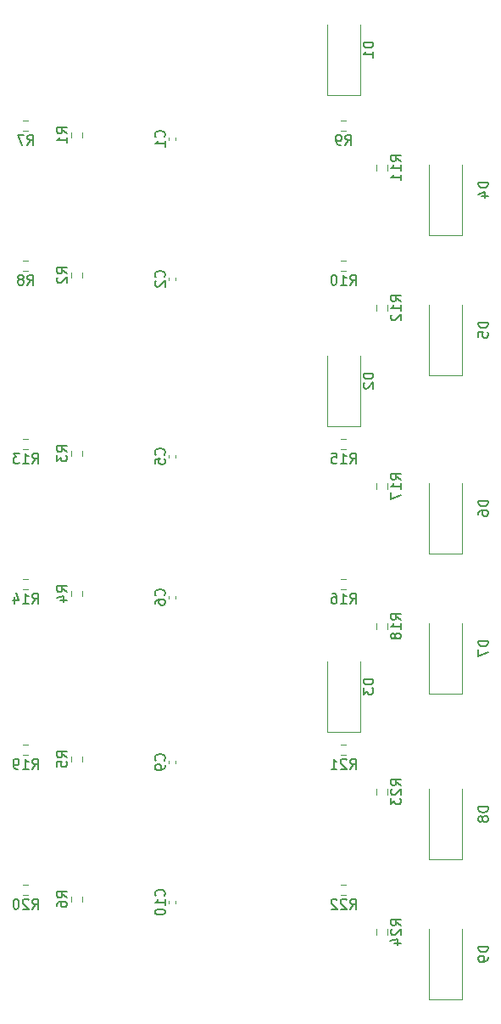
<source format=gbr>
%TF.GenerationSoftware,KiCad,Pcbnew,7.0.1*%
%TF.CreationDate,2023-04-13T18:21:32+09:00*%
%TF.ProjectId,motor_driver,6d6f746f-725f-4647-9269-7665722e6b69,rev?*%
%TF.SameCoordinates,Original*%
%TF.FileFunction,Legend,Bot*%
%TF.FilePolarity,Positive*%
%FSLAX46Y46*%
G04 Gerber Fmt 4.6, Leading zero omitted, Abs format (unit mm)*
G04 Created by KiCad (PCBNEW 7.0.1) date 2023-04-13 18:21:32*
%MOMM*%
%LPD*%
G01*
G04 APERTURE LIST*
%ADD10C,0.150000*%
%ADD11C,0.120000*%
G04 APERTURE END LIST*
D10*
%TO.C,D1*%
X113632619Y-41171905D02*
X112632619Y-41171905D01*
X112632619Y-41171905D02*
X112632619Y-41410000D01*
X112632619Y-41410000D02*
X112680238Y-41552857D01*
X112680238Y-41552857D02*
X112775476Y-41648095D01*
X112775476Y-41648095D02*
X112870714Y-41695714D01*
X112870714Y-41695714D02*
X113061190Y-41743333D01*
X113061190Y-41743333D02*
X113204047Y-41743333D01*
X113204047Y-41743333D02*
X113394523Y-41695714D01*
X113394523Y-41695714D02*
X113489761Y-41648095D01*
X113489761Y-41648095D02*
X113585000Y-41552857D01*
X113585000Y-41552857D02*
X113632619Y-41410000D01*
X113632619Y-41410000D02*
X113632619Y-41171905D01*
X113632619Y-42695714D02*
X113632619Y-42124286D01*
X113632619Y-42410000D02*
X112632619Y-42410000D01*
X112632619Y-42410000D02*
X112775476Y-42314762D01*
X112775476Y-42314762D02*
X112870714Y-42219524D01*
X112870714Y-42219524D02*
X112918333Y-42124286D01*
%TO.C,C9*%
X92732380Y-112795833D02*
X92780000Y-112748214D01*
X92780000Y-112748214D02*
X92827619Y-112605357D01*
X92827619Y-112605357D02*
X92827619Y-112510119D01*
X92827619Y-112510119D02*
X92780000Y-112367262D01*
X92780000Y-112367262D02*
X92684761Y-112272024D01*
X92684761Y-112272024D02*
X92589523Y-112224405D01*
X92589523Y-112224405D02*
X92399047Y-112176786D01*
X92399047Y-112176786D02*
X92256190Y-112176786D01*
X92256190Y-112176786D02*
X92065714Y-112224405D01*
X92065714Y-112224405D02*
X91970476Y-112272024D01*
X91970476Y-112272024D02*
X91875238Y-112367262D01*
X91875238Y-112367262D02*
X91827619Y-112510119D01*
X91827619Y-112510119D02*
X91827619Y-112605357D01*
X91827619Y-112605357D02*
X91875238Y-112748214D01*
X91875238Y-112748214D02*
X91922857Y-112795833D01*
X92827619Y-113272024D02*
X92827619Y-113462500D01*
X92827619Y-113462500D02*
X92780000Y-113557738D01*
X92780000Y-113557738D02*
X92732380Y-113605357D01*
X92732380Y-113605357D02*
X92589523Y-113700595D01*
X92589523Y-113700595D02*
X92399047Y-113748214D01*
X92399047Y-113748214D02*
X92018095Y-113748214D01*
X92018095Y-113748214D02*
X91922857Y-113700595D01*
X91922857Y-113700595D02*
X91875238Y-113652976D01*
X91875238Y-113652976D02*
X91827619Y-113557738D01*
X91827619Y-113557738D02*
X91827619Y-113367262D01*
X91827619Y-113367262D02*
X91875238Y-113272024D01*
X91875238Y-113272024D02*
X91922857Y-113224405D01*
X91922857Y-113224405D02*
X92018095Y-113176786D01*
X92018095Y-113176786D02*
X92256190Y-113176786D01*
X92256190Y-113176786D02*
X92351428Y-113224405D01*
X92351428Y-113224405D02*
X92399047Y-113272024D01*
X92399047Y-113272024D02*
X92446666Y-113367262D01*
X92446666Y-113367262D02*
X92446666Y-113557738D01*
X92446666Y-113557738D02*
X92399047Y-113652976D01*
X92399047Y-113652976D02*
X92351428Y-113700595D01*
X92351428Y-113700595D02*
X92256190Y-113748214D01*
%TO.C,R19*%
X79562857Y-113652619D02*
X79896190Y-113176428D01*
X80134285Y-113652619D02*
X80134285Y-112652619D01*
X80134285Y-112652619D02*
X79753333Y-112652619D01*
X79753333Y-112652619D02*
X79658095Y-112700238D01*
X79658095Y-112700238D02*
X79610476Y-112747857D01*
X79610476Y-112747857D02*
X79562857Y-112843095D01*
X79562857Y-112843095D02*
X79562857Y-112985952D01*
X79562857Y-112985952D02*
X79610476Y-113081190D01*
X79610476Y-113081190D02*
X79658095Y-113128809D01*
X79658095Y-113128809D02*
X79753333Y-113176428D01*
X79753333Y-113176428D02*
X80134285Y-113176428D01*
X78610476Y-113652619D02*
X79181904Y-113652619D01*
X78896190Y-113652619D02*
X78896190Y-112652619D01*
X78896190Y-112652619D02*
X78991428Y-112795476D01*
X78991428Y-112795476D02*
X79086666Y-112890714D01*
X79086666Y-112890714D02*
X79181904Y-112938333D01*
X78134285Y-113652619D02*
X77943809Y-113652619D01*
X77943809Y-113652619D02*
X77848571Y-113605000D01*
X77848571Y-113605000D02*
X77800952Y-113557380D01*
X77800952Y-113557380D02*
X77705714Y-113414523D01*
X77705714Y-113414523D02*
X77658095Y-113224047D01*
X77658095Y-113224047D02*
X77658095Y-112843095D01*
X77658095Y-112843095D02*
X77705714Y-112747857D01*
X77705714Y-112747857D02*
X77753333Y-112700238D01*
X77753333Y-112700238D02*
X77848571Y-112652619D01*
X77848571Y-112652619D02*
X78039047Y-112652619D01*
X78039047Y-112652619D02*
X78134285Y-112700238D01*
X78134285Y-112700238D02*
X78181904Y-112747857D01*
X78181904Y-112747857D02*
X78229523Y-112843095D01*
X78229523Y-112843095D02*
X78229523Y-113081190D01*
X78229523Y-113081190D02*
X78181904Y-113176428D01*
X78181904Y-113176428D02*
X78134285Y-113224047D01*
X78134285Y-113224047D02*
X78039047Y-113271666D01*
X78039047Y-113271666D02*
X77848571Y-113271666D01*
X77848571Y-113271666D02*
X77753333Y-113224047D01*
X77753333Y-113224047D02*
X77705714Y-113176428D01*
X77705714Y-113176428D02*
X77658095Y-113081190D01*
%TO.C,R11*%
X116372619Y-53054642D02*
X115896428Y-52721309D01*
X116372619Y-52483214D02*
X115372619Y-52483214D01*
X115372619Y-52483214D02*
X115372619Y-52864166D01*
X115372619Y-52864166D02*
X115420238Y-52959404D01*
X115420238Y-52959404D02*
X115467857Y-53007023D01*
X115467857Y-53007023D02*
X115563095Y-53054642D01*
X115563095Y-53054642D02*
X115705952Y-53054642D01*
X115705952Y-53054642D02*
X115801190Y-53007023D01*
X115801190Y-53007023D02*
X115848809Y-52959404D01*
X115848809Y-52959404D02*
X115896428Y-52864166D01*
X115896428Y-52864166D02*
X115896428Y-52483214D01*
X116372619Y-54007023D02*
X116372619Y-53435595D01*
X116372619Y-53721309D02*
X115372619Y-53721309D01*
X115372619Y-53721309D02*
X115515476Y-53626071D01*
X115515476Y-53626071D02*
X115610714Y-53530833D01*
X115610714Y-53530833D02*
X115658333Y-53435595D01*
X116372619Y-54959404D02*
X116372619Y-54387976D01*
X116372619Y-54673690D02*
X115372619Y-54673690D01*
X115372619Y-54673690D02*
X115515476Y-54578452D01*
X115515476Y-54578452D02*
X115610714Y-54483214D01*
X115610714Y-54483214D02*
X115658333Y-54387976D01*
%TO.C,R21*%
X111312857Y-113652619D02*
X111646190Y-113176428D01*
X111884285Y-113652619D02*
X111884285Y-112652619D01*
X111884285Y-112652619D02*
X111503333Y-112652619D01*
X111503333Y-112652619D02*
X111408095Y-112700238D01*
X111408095Y-112700238D02*
X111360476Y-112747857D01*
X111360476Y-112747857D02*
X111312857Y-112843095D01*
X111312857Y-112843095D02*
X111312857Y-112985952D01*
X111312857Y-112985952D02*
X111360476Y-113081190D01*
X111360476Y-113081190D02*
X111408095Y-113128809D01*
X111408095Y-113128809D02*
X111503333Y-113176428D01*
X111503333Y-113176428D02*
X111884285Y-113176428D01*
X110931904Y-112747857D02*
X110884285Y-112700238D01*
X110884285Y-112700238D02*
X110789047Y-112652619D01*
X110789047Y-112652619D02*
X110550952Y-112652619D01*
X110550952Y-112652619D02*
X110455714Y-112700238D01*
X110455714Y-112700238D02*
X110408095Y-112747857D01*
X110408095Y-112747857D02*
X110360476Y-112843095D01*
X110360476Y-112843095D02*
X110360476Y-112938333D01*
X110360476Y-112938333D02*
X110408095Y-113081190D01*
X110408095Y-113081190D02*
X110979523Y-113652619D01*
X110979523Y-113652619D02*
X110360476Y-113652619D01*
X109408095Y-113652619D02*
X109979523Y-113652619D01*
X109693809Y-113652619D02*
X109693809Y-112652619D01*
X109693809Y-112652619D02*
X109789047Y-112795476D01*
X109789047Y-112795476D02*
X109884285Y-112890714D01*
X109884285Y-112890714D02*
X109979523Y-112938333D01*
%TO.C,R3*%
X83032619Y-82025833D02*
X82556428Y-81692500D01*
X83032619Y-81454405D02*
X82032619Y-81454405D01*
X82032619Y-81454405D02*
X82032619Y-81835357D01*
X82032619Y-81835357D02*
X82080238Y-81930595D01*
X82080238Y-81930595D02*
X82127857Y-81978214D01*
X82127857Y-81978214D02*
X82223095Y-82025833D01*
X82223095Y-82025833D02*
X82365952Y-82025833D01*
X82365952Y-82025833D02*
X82461190Y-81978214D01*
X82461190Y-81978214D02*
X82508809Y-81930595D01*
X82508809Y-81930595D02*
X82556428Y-81835357D01*
X82556428Y-81835357D02*
X82556428Y-81454405D01*
X82032619Y-82359167D02*
X82032619Y-82978214D01*
X82032619Y-82978214D02*
X82413571Y-82644881D01*
X82413571Y-82644881D02*
X82413571Y-82787738D01*
X82413571Y-82787738D02*
X82461190Y-82882976D01*
X82461190Y-82882976D02*
X82508809Y-82930595D01*
X82508809Y-82930595D02*
X82604047Y-82978214D01*
X82604047Y-82978214D02*
X82842142Y-82978214D01*
X82842142Y-82978214D02*
X82937380Y-82930595D01*
X82937380Y-82930595D02*
X82985000Y-82882976D01*
X82985000Y-82882976D02*
X83032619Y-82787738D01*
X83032619Y-82787738D02*
X83032619Y-82502024D01*
X83032619Y-82502024D02*
X82985000Y-82406786D01*
X82985000Y-82406786D02*
X82937380Y-82359167D01*
%TO.C,C1*%
X92732380Y-50633333D02*
X92780000Y-50585714D01*
X92780000Y-50585714D02*
X92827619Y-50442857D01*
X92827619Y-50442857D02*
X92827619Y-50347619D01*
X92827619Y-50347619D02*
X92780000Y-50204762D01*
X92780000Y-50204762D02*
X92684761Y-50109524D01*
X92684761Y-50109524D02*
X92589523Y-50061905D01*
X92589523Y-50061905D02*
X92399047Y-50014286D01*
X92399047Y-50014286D02*
X92256190Y-50014286D01*
X92256190Y-50014286D02*
X92065714Y-50061905D01*
X92065714Y-50061905D02*
X91970476Y-50109524D01*
X91970476Y-50109524D02*
X91875238Y-50204762D01*
X91875238Y-50204762D02*
X91827619Y-50347619D01*
X91827619Y-50347619D02*
X91827619Y-50442857D01*
X91827619Y-50442857D02*
X91875238Y-50585714D01*
X91875238Y-50585714D02*
X91922857Y-50633333D01*
X92827619Y-51585714D02*
X92827619Y-51014286D01*
X92827619Y-51300000D02*
X91827619Y-51300000D01*
X91827619Y-51300000D02*
X91970476Y-51204762D01*
X91970476Y-51204762D02*
X92065714Y-51109524D01*
X92065714Y-51109524D02*
X92113333Y-51014286D01*
%TO.C,R24*%
X116372619Y-129254642D02*
X115896428Y-128921309D01*
X116372619Y-128683214D02*
X115372619Y-128683214D01*
X115372619Y-128683214D02*
X115372619Y-129064166D01*
X115372619Y-129064166D02*
X115420238Y-129159404D01*
X115420238Y-129159404D02*
X115467857Y-129207023D01*
X115467857Y-129207023D02*
X115563095Y-129254642D01*
X115563095Y-129254642D02*
X115705952Y-129254642D01*
X115705952Y-129254642D02*
X115801190Y-129207023D01*
X115801190Y-129207023D02*
X115848809Y-129159404D01*
X115848809Y-129159404D02*
X115896428Y-129064166D01*
X115896428Y-129064166D02*
X115896428Y-128683214D01*
X115467857Y-129635595D02*
X115420238Y-129683214D01*
X115420238Y-129683214D02*
X115372619Y-129778452D01*
X115372619Y-129778452D02*
X115372619Y-130016547D01*
X115372619Y-130016547D02*
X115420238Y-130111785D01*
X115420238Y-130111785D02*
X115467857Y-130159404D01*
X115467857Y-130159404D02*
X115563095Y-130207023D01*
X115563095Y-130207023D02*
X115658333Y-130207023D01*
X115658333Y-130207023D02*
X115801190Y-130159404D01*
X115801190Y-130159404D02*
X116372619Y-129587976D01*
X116372619Y-129587976D02*
X116372619Y-130207023D01*
X115705952Y-131064166D02*
X116372619Y-131064166D01*
X115325000Y-130826071D02*
X116039285Y-130587976D01*
X116039285Y-130587976D02*
X116039285Y-131207023D01*
%TO.C,C2*%
X92732380Y-64603333D02*
X92780000Y-64555714D01*
X92780000Y-64555714D02*
X92827619Y-64412857D01*
X92827619Y-64412857D02*
X92827619Y-64317619D01*
X92827619Y-64317619D02*
X92780000Y-64174762D01*
X92780000Y-64174762D02*
X92684761Y-64079524D01*
X92684761Y-64079524D02*
X92589523Y-64031905D01*
X92589523Y-64031905D02*
X92399047Y-63984286D01*
X92399047Y-63984286D02*
X92256190Y-63984286D01*
X92256190Y-63984286D02*
X92065714Y-64031905D01*
X92065714Y-64031905D02*
X91970476Y-64079524D01*
X91970476Y-64079524D02*
X91875238Y-64174762D01*
X91875238Y-64174762D02*
X91827619Y-64317619D01*
X91827619Y-64317619D02*
X91827619Y-64412857D01*
X91827619Y-64412857D02*
X91875238Y-64555714D01*
X91875238Y-64555714D02*
X91922857Y-64603333D01*
X91922857Y-64984286D02*
X91875238Y-65031905D01*
X91875238Y-65031905D02*
X91827619Y-65127143D01*
X91827619Y-65127143D02*
X91827619Y-65365238D01*
X91827619Y-65365238D02*
X91875238Y-65460476D01*
X91875238Y-65460476D02*
X91922857Y-65508095D01*
X91922857Y-65508095D02*
X92018095Y-65555714D01*
X92018095Y-65555714D02*
X92113333Y-65555714D01*
X92113333Y-65555714D02*
X92256190Y-65508095D01*
X92256190Y-65508095D02*
X92827619Y-64936667D01*
X92827619Y-64936667D02*
X92827619Y-65555714D01*
%TO.C,R7*%
X79086666Y-51422619D02*
X79419999Y-50946428D01*
X79658094Y-51422619D02*
X79658094Y-50422619D01*
X79658094Y-50422619D02*
X79277142Y-50422619D01*
X79277142Y-50422619D02*
X79181904Y-50470238D01*
X79181904Y-50470238D02*
X79134285Y-50517857D01*
X79134285Y-50517857D02*
X79086666Y-50613095D01*
X79086666Y-50613095D02*
X79086666Y-50755952D01*
X79086666Y-50755952D02*
X79134285Y-50851190D01*
X79134285Y-50851190D02*
X79181904Y-50898809D01*
X79181904Y-50898809D02*
X79277142Y-50946428D01*
X79277142Y-50946428D02*
X79658094Y-50946428D01*
X78753332Y-50422619D02*
X78086666Y-50422619D01*
X78086666Y-50422619D02*
X78515237Y-51422619D01*
%TO.C,R9*%
X110836666Y-51422619D02*
X111169999Y-50946428D01*
X111408094Y-51422619D02*
X111408094Y-50422619D01*
X111408094Y-50422619D02*
X111027142Y-50422619D01*
X111027142Y-50422619D02*
X110931904Y-50470238D01*
X110931904Y-50470238D02*
X110884285Y-50517857D01*
X110884285Y-50517857D02*
X110836666Y-50613095D01*
X110836666Y-50613095D02*
X110836666Y-50755952D01*
X110836666Y-50755952D02*
X110884285Y-50851190D01*
X110884285Y-50851190D02*
X110931904Y-50898809D01*
X110931904Y-50898809D02*
X111027142Y-50946428D01*
X111027142Y-50946428D02*
X111408094Y-50946428D01*
X110360475Y-51422619D02*
X110169999Y-51422619D01*
X110169999Y-51422619D02*
X110074761Y-51375000D01*
X110074761Y-51375000D02*
X110027142Y-51327380D01*
X110027142Y-51327380D02*
X109931904Y-51184523D01*
X109931904Y-51184523D02*
X109884285Y-50994047D01*
X109884285Y-50994047D02*
X109884285Y-50613095D01*
X109884285Y-50613095D02*
X109931904Y-50517857D01*
X109931904Y-50517857D02*
X109979523Y-50470238D01*
X109979523Y-50470238D02*
X110074761Y-50422619D01*
X110074761Y-50422619D02*
X110265237Y-50422619D01*
X110265237Y-50422619D02*
X110360475Y-50470238D01*
X110360475Y-50470238D02*
X110408094Y-50517857D01*
X110408094Y-50517857D02*
X110455713Y-50613095D01*
X110455713Y-50613095D02*
X110455713Y-50851190D01*
X110455713Y-50851190D02*
X110408094Y-50946428D01*
X110408094Y-50946428D02*
X110360475Y-50994047D01*
X110360475Y-50994047D02*
X110265237Y-51041666D01*
X110265237Y-51041666D02*
X110074761Y-51041666D01*
X110074761Y-51041666D02*
X109979523Y-50994047D01*
X109979523Y-50994047D02*
X109931904Y-50946428D01*
X109931904Y-50946428D02*
X109884285Y-50851190D01*
%TO.C,R20*%
X79562857Y-127622619D02*
X79896190Y-127146428D01*
X80134285Y-127622619D02*
X80134285Y-126622619D01*
X80134285Y-126622619D02*
X79753333Y-126622619D01*
X79753333Y-126622619D02*
X79658095Y-126670238D01*
X79658095Y-126670238D02*
X79610476Y-126717857D01*
X79610476Y-126717857D02*
X79562857Y-126813095D01*
X79562857Y-126813095D02*
X79562857Y-126955952D01*
X79562857Y-126955952D02*
X79610476Y-127051190D01*
X79610476Y-127051190D02*
X79658095Y-127098809D01*
X79658095Y-127098809D02*
X79753333Y-127146428D01*
X79753333Y-127146428D02*
X80134285Y-127146428D01*
X79181904Y-126717857D02*
X79134285Y-126670238D01*
X79134285Y-126670238D02*
X79039047Y-126622619D01*
X79039047Y-126622619D02*
X78800952Y-126622619D01*
X78800952Y-126622619D02*
X78705714Y-126670238D01*
X78705714Y-126670238D02*
X78658095Y-126717857D01*
X78658095Y-126717857D02*
X78610476Y-126813095D01*
X78610476Y-126813095D02*
X78610476Y-126908333D01*
X78610476Y-126908333D02*
X78658095Y-127051190D01*
X78658095Y-127051190D02*
X79229523Y-127622619D01*
X79229523Y-127622619D02*
X78610476Y-127622619D01*
X77991428Y-126622619D02*
X77896190Y-126622619D01*
X77896190Y-126622619D02*
X77800952Y-126670238D01*
X77800952Y-126670238D02*
X77753333Y-126717857D01*
X77753333Y-126717857D02*
X77705714Y-126813095D01*
X77705714Y-126813095D02*
X77658095Y-127003571D01*
X77658095Y-127003571D02*
X77658095Y-127241666D01*
X77658095Y-127241666D02*
X77705714Y-127432142D01*
X77705714Y-127432142D02*
X77753333Y-127527380D01*
X77753333Y-127527380D02*
X77800952Y-127575000D01*
X77800952Y-127575000D02*
X77896190Y-127622619D01*
X77896190Y-127622619D02*
X77991428Y-127622619D01*
X77991428Y-127622619D02*
X78086666Y-127575000D01*
X78086666Y-127575000D02*
X78134285Y-127527380D01*
X78134285Y-127527380D02*
X78181904Y-127432142D01*
X78181904Y-127432142D02*
X78229523Y-127241666D01*
X78229523Y-127241666D02*
X78229523Y-127003571D01*
X78229523Y-127003571D02*
X78181904Y-126813095D01*
X78181904Y-126813095D02*
X78134285Y-126717857D01*
X78134285Y-126717857D02*
X78086666Y-126670238D01*
X78086666Y-126670238D02*
X77991428Y-126622619D01*
%TO.C,R23*%
X116372619Y-115284642D02*
X115896428Y-114951309D01*
X116372619Y-114713214D02*
X115372619Y-114713214D01*
X115372619Y-114713214D02*
X115372619Y-115094166D01*
X115372619Y-115094166D02*
X115420238Y-115189404D01*
X115420238Y-115189404D02*
X115467857Y-115237023D01*
X115467857Y-115237023D02*
X115563095Y-115284642D01*
X115563095Y-115284642D02*
X115705952Y-115284642D01*
X115705952Y-115284642D02*
X115801190Y-115237023D01*
X115801190Y-115237023D02*
X115848809Y-115189404D01*
X115848809Y-115189404D02*
X115896428Y-115094166D01*
X115896428Y-115094166D02*
X115896428Y-114713214D01*
X115467857Y-115665595D02*
X115420238Y-115713214D01*
X115420238Y-115713214D02*
X115372619Y-115808452D01*
X115372619Y-115808452D02*
X115372619Y-116046547D01*
X115372619Y-116046547D02*
X115420238Y-116141785D01*
X115420238Y-116141785D02*
X115467857Y-116189404D01*
X115467857Y-116189404D02*
X115563095Y-116237023D01*
X115563095Y-116237023D02*
X115658333Y-116237023D01*
X115658333Y-116237023D02*
X115801190Y-116189404D01*
X115801190Y-116189404D02*
X116372619Y-115617976D01*
X116372619Y-115617976D02*
X116372619Y-116237023D01*
X115372619Y-116570357D02*
X115372619Y-117189404D01*
X115372619Y-117189404D02*
X115753571Y-116856071D01*
X115753571Y-116856071D02*
X115753571Y-116998928D01*
X115753571Y-116998928D02*
X115801190Y-117094166D01*
X115801190Y-117094166D02*
X115848809Y-117141785D01*
X115848809Y-117141785D02*
X115944047Y-117189404D01*
X115944047Y-117189404D02*
X116182142Y-117189404D01*
X116182142Y-117189404D02*
X116277380Y-117141785D01*
X116277380Y-117141785D02*
X116325000Y-117094166D01*
X116325000Y-117094166D02*
X116372619Y-116998928D01*
X116372619Y-116998928D02*
X116372619Y-116713214D01*
X116372619Y-116713214D02*
X116325000Y-116617976D01*
X116325000Y-116617976D02*
X116277380Y-116570357D01*
%TO.C,D8*%
X125102619Y-117411905D02*
X124102619Y-117411905D01*
X124102619Y-117411905D02*
X124102619Y-117650000D01*
X124102619Y-117650000D02*
X124150238Y-117792857D01*
X124150238Y-117792857D02*
X124245476Y-117888095D01*
X124245476Y-117888095D02*
X124340714Y-117935714D01*
X124340714Y-117935714D02*
X124531190Y-117983333D01*
X124531190Y-117983333D02*
X124674047Y-117983333D01*
X124674047Y-117983333D02*
X124864523Y-117935714D01*
X124864523Y-117935714D02*
X124959761Y-117888095D01*
X124959761Y-117888095D02*
X125055000Y-117792857D01*
X125055000Y-117792857D02*
X125102619Y-117650000D01*
X125102619Y-117650000D02*
X125102619Y-117411905D01*
X124531190Y-118554762D02*
X124483571Y-118459524D01*
X124483571Y-118459524D02*
X124435952Y-118411905D01*
X124435952Y-118411905D02*
X124340714Y-118364286D01*
X124340714Y-118364286D02*
X124293095Y-118364286D01*
X124293095Y-118364286D02*
X124197857Y-118411905D01*
X124197857Y-118411905D02*
X124150238Y-118459524D01*
X124150238Y-118459524D02*
X124102619Y-118554762D01*
X124102619Y-118554762D02*
X124102619Y-118745238D01*
X124102619Y-118745238D02*
X124150238Y-118840476D01*
X124150238Y-118840476D02*
X124197857Y-118888095D01*
X124197857Y-118888095D02*
X124293095Y-118935714D01*
X124293095Y-118935714D02*
X124340714Y-118935714D01*
X124340714Y-118935714D02*
X124435952Y-118888095D01*
X124435952Y-118888095D02*
X124483571Y-118840476D01*
X124483571Y-118840476D02*
X124531190Y-118745238D01*
X124531190Y-118745238D02*
X124531190Y-118554762D01*
X124531190Y-118554762D02*
X124578809Y-118459524D01*
X124578809Y-118459524D02*
X124626428Y-118411905D01*
X124626428Y-118411905D02*
X124721666Y-118364286D01*
X124721666Y-118364286D02*
X124912142Y-118364286D01*
X124912142Y-118364286D02*
X125007380Y-118411905D01*
X125007380Y-118411905D02*
X125055000Y-118459524D01*
X125055000Y-118459524D02*
X125102619Y-118554762D01*
X125102619Y-118554762D02*
X125102619Y-118745238D01*
X125102619Y-118745238D02*
X125055000Y-118840476D01*
X125055000Y-118840476D02*
X125007380Y-118888095D01*
X125007380Y-118888095D02*
X124912142Y-118935714D01*
X124912142Y-118935714D02*
X124721666Y-118935714D01*
X124721666Y-118935714D02*
X124626428Y-118888095D01*
X124626428Y-118888095D02*
X124578809Y-118840476D01*
X124578809Y-118840476D02*
X124531190Y-118745238D01*
%TO.C,D4*%
X125102619Y-55141905D02*
X124102619Y-55141905D01*
X124102619Y-55141905D02*
X124102619Y-55380000D01*
X124102619Y-55380000D02*
X124150238Y-55522857D01*
X124150238Y-55522857D02*
X124245476Y-55618095D01*
X124245476Y-55618095D02*
X124340714Y-55665714D01*
X124340714Y-55665714D02*
X124531190Y-55713333D01*
X124531190Y-55713333D02*
X124674047Y-55713333D01*
X124674047Y-55713333D02*
X124864523Y-55665714D01*
X124864523Y-55665714D02*
X124959761Y-55618095D01*
X124959761Y-55618095D02*
X125055000Y-55522857D01*
X125055000Y-55522857D02*
X125102619Y-55380000D01*
X125102619Y-55380000D02*
X125102619Y-55141905D01*
X124435952Y-56570476D02*
X125102619Y-56570476D01*
X124055000Y-56332381D02*
X124769285Y-56094286D01*
X124769285Y-56094286D02*
X124769285Y-56713333D01*
%TO.C,D7*%
X125102619Y-100861905D02*
X124102619Y-100861905D01*
X124102619Y-100861905D02*
X124102619Y-101100000D01*
X124102619Y-101100000D02*
X124150238Y-101242857D01*
X124150238Y-101242857D02*
X124245476Y-101338095D01*
X124245476Y-101338095D02*
X124340714Y-101385714D01*
X124340714Y-101385714D02*
X124531190Y-101433333D01*
X124531190Y-101433333D02*
X124674047Y-101433333D01*
X124674047Y-101433333D02*
X124864523Y-101385714D01*
X124864523Y-101385714D02*
X124959761Y-101338095D01*
X124959761Y-101338095D02*
X125055000Y-101242857D01*
X125055000Y-101242857D02*
X125102619Y-101100000D01*
X125102619Y-101100000D02*
X125102619Y-100861905D01*
X124102619Y-101766667D02*
X124102619Y-102433333D01*
X124102619Y-102433333D02*
X125102619Y-102004762D01*
%TO.C,D3*%
X113632619Y-104671905D02*
X112632619Y-104671905D01*
X112632619Y-104671905D02*
X112632619Y-104910000D01*
X112632619Y-104910000D02*
X112680238Y-105052857D01*
X112680238Y-105052857D02*
X112775476Y-105148095D01*
X112775476Y-105148095D02*
X112870714Y-105195714D01*
X112870714Y-105195714D02*
X113061190Y-105243333D01*
X113061190Y-105243333D02*
X113204047Y-105243333D01*
X113204047Y-105243333D02*
X113394523Y-105195714D01*
X113394523Y-105195714D02*
X113489761Y-105148095D01*
X113489761Y-105148095D02*
X113585000Y-105052857D01*
X113585000Y-105052857D02*
X113632619Y-104910000D01*
X113632619Y-104910000D02*
X113632619Y-104671905D01*
X112632619Y-105576667D02*
X112632619Y-106195714D01*
X112632619Y-106195714D02*
X113013571Y-105862381D01*
X113013571Y-105862381D02*
X113013571Y-106005238D01*
X113013571Y-106005238D02*
X113061190Y-106100476D01*
X113061190Y-106100476D02*
X113108809Y-106148095D01*
X113108809Y-106148095D02*
X113204047Y-106195714D01*
X113204047Y-106195714D02*
X113442142Y-106195714D01*
X113442142Y-106195714D02*
X113537380Y-106148095D01*
X113537380Y-106148095D02*
X113585000Y-106100476D01*
X113585000Y-106100476D02*
X113632619Y-106005238D01*
X113632619Y-106005238D02*
X113632619Y-105719524D01*
X113632619Y-105719524D02*
X113585000Y-105624286D01*
X113585000Y-105624286D02*
X113537380Y-105576667D01*
%TO.C,R5*%
X83032619Y-112505833D02*
X82556428Y-112172500D01*
X83032619Y-111934405D02*
X82032619Y-111934405D01*
X82032619Y-111934405D02*
X82032619Y-112315357D01*
X82032619Y-112315357D02*
X82080238Y-112410595D01*
X82080238Y-112410595D02*
X82127857Y-112458214D01*
X82127857Y-112458214D02*
X82223095Y-112505833D01*
X82223095Y-112505833D02*
X82365952Y-112505833D01*
X82365952Y-112505833D02*
X82461190Y-112458214D01*
X82461190Y-112458214D02*
X82508809Y-112410595D01*
X82508809Y-112410595D02*
X82556428Y-112315357D01*
X82556428Y-112315357D02*
X82556428Y-111934405D01*
X82032619Y-113410595D02*
X82032619Y-112934405D01*
X82032619Y-112934405D02*
X82508809Y-112886786D01*
X82508809Y-112886786D02*
X82461190Y-112934405D01*
X82461190Y-112934405D02*
X82413571Y-113029643D01*
X82413571Y-113029643D02*
X82413571Y-113267738D01*
X82413571Y-113267738D02*
X82461190Y-113362976D01*
X82461190Y-113362976D02*
X82508809Y-113410595D01*
X82508809Y-113410595D02*
X82604047Y-113458214D01*
X82604047Y-113458214D02*
X82842142Y-113458214D01*
X82842142Y-113458214D02*
X82937380Y-113410595D01*
X82937380Y-113410595D02*
X82985000Y-113362976D01*
X82985000Y-113362976D02*
X83032619Y-113267738D01*
X83032619Y-113267738D02*
X83032619Y-113029643D01*
X83032619Y-113029643D02*
X82985000Y-112934405D01*
X82985000Y-112934405D02*
X82937380Y-112886786D01*
%TO.C,R8*%
X79086666Y-65392619D02*
X79419999Y-64916428D01*
X79658094Y-65392619D02*
X79658094Y-64392619D01*
X79658094Y-64392619D02*
X79277142Y-64392619D01*
X79277142Y-64392619D02*
X79181904Y-64440238D01*
X79181904Y-64440238D02*
X79134285Y-64487857D01*
X79134285Y-64487857D02*
X79086666Y-64583095D01*
X79086666Y-64583095D02*
X79086666Y-64725952D01*
X79086666Y-64725952D02*
X79134285Y-64821190D01*
X79134285Y-64821190D02*
X79181904Y-64868809D01*
X79181904Y-64868809D02*
X79277142Y-64916428D01*
X79277142Y-64916428D02*
X79658094Y-64916428D01*
X78515237Y-64821190D02*
X78610475Y-64773571D01*
X78610475Y-64773571D02*
X78658094Y-64725952D01*
X78658094Y-64725952D02*
X78705713Y-64630714D01*
X78705713Y-64630714D02*
X78705713Y-64583095D01*
X78705713Y-64583095D02*
X78658094Y-64487857D01*
X78658094Y-64487857D02*
X78610475Y-64440238D01*
X78610475Y-64440238D02*
X78515237Y-64392619D01*
X78515237Y-64392619D02*
X78324761Y-64392619D01*
X78324761Y-64392619D02*
X78229523Y-64440238D01*
X78229523Y-64440238D02*
X78181904Y-64487857D01*
X78181904Y-64487857D02*
X78134285Y-64583095D01*
X78134285Y-64583095D02*
X78134285Y-64630714D01*
X78134285Y-64630714D02*
X78181904Y-64725952D01*
X78181904Y-64725952D02*
X78229523Y-64773571D01*
X78229523Y-64773571D02*
X78324761Y-64821190D01*
X78324761Y-64821190D02*
X78515237Y-64821190D01*
X78515237Y-64821190D02*
X78610475Y-64868809D01*
X78610475Y-64868809D02*
X78658094Y-64916428D01*
X78658094Y-64916428D02*
X78705713Y-65011666D01*
X78705713Y-65011666D02*
X78705713Y-65202142D01*
X78705713Y-65202142D02*
X78658094Y-65297380D01*
X78658094Y-65297380D02*
X78610475Y-65345000D01*
X78610475Y-65345000D02*
X78515237Y-65392619D01*
X78515237Y-65392619D02*
X78324761Y-65392619D01*
X78324761Y-65392619D02*
X78229523Y-65345000D01*
X78229523Y-65345000D02*
X78181904Y-65297380D01*
X78181904Y-65297380D02*
X78134285Y-65202142D01*
X78134285Y-65202142D02*
X78134285Y-65011666D01*
X78134285Y-65011666D02*
X78181904Y-64916428D01*
X78181904Y-64916428D02*
X78229523Y-64868809D01*
X78229523Y-64868809D02*
X78324761Y-64821190D01*
%TO.C,R14*%
X79562857Y-97142619D02*
X79896190Y-96666428D01*
X80134285Y-97142619D02*
X80134285Y-96142619D01*
X80134285Y-96142619D02*
X79753333Y-96142619D01*
X79753333Y-96142619D02*
X79658095Y-96190238D01*
X79658095Y-96190238D02*
X79610476Y-96237857D01*
X79610476Y-96237857D02*
X79562857Y-96333095D01*
X79562857Y-96333095D02*
X79562857Y-96475952D01*
X79562857Y-96475952D02*
X79610476Y-96571190D01*
X79610476Y-96571190D02*
X79658095Y-96618809D01*
X79658095Y-96618809D02*
X79753333Y-96666428D01*
X79753333Y-96666428D02*
X80134285Y-96666428D01*
X78610476Y-97142619D02*
X79181904Y-97142619D01*
X78896190Y-97142619D02*
X78896190Y-96142619D01*
X78896190Y-96142619D02*
X78991428Y-96285476D01*
X78991428Y-96285476D02*
X79086666Y-96380714D01*
X79086666Y-96380714D02*
X79181904Y-96428333D01*
X77753333Y-96475952D02*
X77753333Y-97142619D01*
X77991428Y-96095000D02*
X78229523Y-96809285D01*
X78229523Y-96809285D02*
X77610476Y-96809285D01*
%TO.C,R12*%
X116372619Y-67024642D02*
X115896428Y-66691309D01*
X116372619Y-66453214D02*
X115372619Y-66453214D01*
X115372619Y-66453214D02*
X115372619Y-66834166D01*
X115372619Y-66834166D02*
X115420238Y-66929404D01*
X115420238Y-66929404D02*
X115467857Y-66977023D01*
X115467857Y-66977023D02*
X115563095Y-67024642D01*
X115563095Y-67024642D02*
X115705952Y-67024642D01*
X115705952Y-67024642D02*
X115801190Y-66977023D01*
X115801190Y-66977023D02*
X115848809Y-66929404D01*
X115848809Y-66929404D02*
X115896428Y-66834166D01*
X115896428Y-66834166D02*
X115896428Y-66453214D01*
X116372619Y-67977023D02*
X116372619Y-67405595D01*
X116372619Y-67691309D02*
X115372619Y-67691309D01*
X115372619Y-67691309D02*
X115515476Y-67596071D01*
X115515476Y-67596071D02*
X115610714Y-67500833D01*
X115610714Y-67500833D02*
X115658333Y-67405595D01*
X115467857Y-68357976D02*
X115420238Y-68405595D01*
X115420238Y-68405595D02*
X115372619Y-68500833D01*
X115372619Y-68500833D02*
X115372619Y-68738928D01*
X115372619Y-68738928D02*
X115420238Y-68834166D01*
X115420238Y-68834166D02*
X115467857Y-68881785D01*
X115467857Y-68881785D02*
X115563095Y-68929404D01*
X115563095Y-68929404D02*
X115658333Y-68929404D01*
X115658333Y-68929404D02*
X115801190Y-68881785D01*
X115801190Y-68881785D02*
X116372619Y-68310357D01*
X116372619Y-68310357D02*
X116372619Y-68929404D01*
%TO.C,R13*%
X79562857Y-83172619D02*
X79896190Y-82696428D01*
X80134285Y-83172619D02*
X80134285Y-82172619D01*
X80134285Y-82172619D02*
X79753333Y-82172619D01*
X79753333Y-82172619D02*
X79658095Y-82220238D01*
X79658095Y-82220238D02*
X79610476Y-82267857D01*
X79610476Y-82267857D02*
X79562857Y-82363095D01*
X79562857Y-82363095D02*
X79562857Y-82505952D01*
X79562857Y-82505952D02*
X79610476Y-82601190D01*
X79610476Y-82601190D02*
X79658095Y-82648809D01*
X79658095Y-82648809D02*
X79753333Y-82696428D01*
X79753333Y-82696428D02*
X80134285Y-82696428D01*
X78610476Y-83172619D02*
X79181904Y-83172619D01*
X78896190Y-83172619D02*
X78896190Y-82172619D01*
X78896190Y-82172619D02*
X78991428Y-82315476D01*
X78991428Y-82315476D02*
X79086666Y-82410714D01*
X79086666Y-82410714D02*
X79181904Y-82458333D01*
X78277142Y-82172619D02*
X77658095Y-82172619D01*
X77658095Y-82172619D02*
X77991428Y-82553571D01*
X77991428Y-82553571D02*
X77848571Y-82553571D01*
X77848571Y-82553571D02*
X77753333Y-82601190D01*
X77753333Y-82601190D02*
X77705714Y-82648809D01*
X77705714Y-82648809D02*
X77658095Y-82744047D01*
X77658095Y-82744047D02*
X77658095Y-82982142D01*
X77658095Y-82982142D02*
X77705714Y-83077380D01*
X77705714Y-83077380D02*
X77753333Y-83125000D01*
X77753333Y-83125000D02*
X77848571Y-83172619D01*
X77848571Y-83172619D02*
X78134285Y-83172619D01*
X78134285Y-83172619D02*
X78229523Y-83125000D01*
X78229523Y-83125000D02*
X78277142Y-83077380D01*
%TO.C,C6*%
X92732380Y-96353333D02*
X92780000Y-96305714D01*
X92780000Y-96305714D02*
X92827619Y-96162857D01*
X92827619Y-96162857D02*
X92827619Y-96067619D01*
X92827619Y-96067619D02*
X92780000Y-95924762D01*
X92780000Y-95924762D02*
X92684761Y-95829524D01*
X92684761Y-95829524D02*
X92589523Y-95781905D01*
X92589523Y-95781905D02*
X92399047Y-95734286D01*
X92399047Y-95734286D02*
X92256190Y-95734286D01*
X92256190Y-95734286D02*
X92065714Y-95781905D01*
X92065714Y-95781905D02*
X91970476Y-95829524D01*
X91970476Y-95829524D02*
X91875238Y-95924762D01*
X91875238Y-95924762D02*
X91827619Y-96067619D01*
X91827619Y-96067619D02*
X91827619Y-96162857D01*
X91827619Y-96162857D02*
X91875238Y-96305714D01*
X91875238Y-96305714D02*
X91922857Y-96353333D01*
X91827619Y-97210476D02*
X91827619Y-97020000D01*
X91827619Y-97020000D02*
X91875238Y-96924762D01*
X91875238Y-96924762D02*
X91922857Y-96877143D01*
X91922857Y-96877143D02*
X92065714Y-96781905D01*
X92065714Y-96781905D02*
X92256190Y-96734286D01*
X92256190Y-96734286D02*
X92637142Y-96734286D01*
X92637142Y-96734286D02*
X92732380Y-96781905D01*
X92732380Y-96781905D02*
X92780000Y-96829524D01*
X92780000Y-96829524D02*
X92827619Y-96924762D01*
X92827619Y-96924762D02*
X92827619Y-97115238D01*
X92827619Y-97115238D02*
X92780000Y-97210476D01*
X92780000Y-97210476D02*
X92732380Y-97258095D01*
X92732380Y-97258095D02*
X92637142Y-97305714D01*
X92637142Y-97305714D02*
X92399047Y-97305714D01*
X92399047Y-97305714D02*
X92303809Y-97258095D01*
X92303809Y-97258095D02*
X92256190Y-97210476D01*
X92256190Y-97210476D02*
X92208571Y-97115238D01*
X92208571Y-97115238D02*
X92208571Y-96924762D01*
X92208571Y-96924762D02*
X92256190Y-96829524D01*
X92256190Y-96829524D02*
X92303809Y-96781905D01*
X92303809Y-96781905D02*
X92399047Y-96734286D01*
%TO.C,C10*%
X92732380Y-126289642D02*
X92780000Y-126242023D01*
X92780000Y-126242023D02*
X92827619Y-126099166D01*
X92827619Y-126099166D02*
X92827619Y-126003928D01*
X92827619Y-126003928D02*
X92780000Y-125861071D01*
X92780000Y-125861071D02*
X92684761Y-125765833D01*
X92684761Y-125765833D02*
X92589523Y-125718214D01*
X92589523Y-125718214D02*
X92399047Y-125670595D01*
X92399047Y-125670595D02*
X92256190Y-125670595D01*
X92256190Y-125670595D02*
X92065714Y-125718214D01*
X92065714Y-125718214D02*
X91970476Y-125765833D01*
X91970476Y-125765833D02*
X91875238Y-125861071D01*
X91875238Y-125861071D02*
X91827619Y-126003928D01*
X91827619Y-126003928D02*
X91827619Y-126099166D01*
X91827619Y-126099166D02*
X91875238Y-126242023D01*
X91875238Y-126242023D02*
X91922857Y-126289642D01*
X92827619Y-127242023D02*
X92827619Y-126670595D01*
X92827619Y-126956309D02*
X91827619Y-126956309D01*
X91827619Y-126956309D02*
X91970476Y-126861071D01*
X91970476Y-126861071D02*
X92065714Y-126765833D01*
X92065714Y-126765833D02*
X92113333Y-126670595D01*
X91827619Y-127861071D02*
X91827619Y-127956309D01*
X91827619Y-127956309D02*
X91875238Y-128051547D01*
X91875238Y-128051547D02*
X91922857Y-128099166D01*
X91922857Y-128099166D02*
X92018095Y-128146785D01*
X92018095Y-128146785D02*
X92208571Y-128194404D01*
X92208571Y-128194404D02*
X92446666Y-128194404D01*
X92446666Y-128194404D02*
X92637142Y-128146785D01*
X92637142Y-128146785D02*
X92732380Y-128099166D01*
X92732380Y-128099166D02*
X92780000Y-128051547D01*
X92780000Y-128051547D02*
X92827619Y-127956309D01*
X92827619Y-127956309D02*
X92827619Y-127861071D01*
X92827619Y-127861071D02*
X92780000Y-127765833D01*
X92780000Y-127765833D02*
X92732380Y-127718214D01*
X92732380Y-127718214D02*
X92637142Y-127670595D01*
X92637142Y-127670595D02*
X92446666Y-127622976D01*
X92446666Y-127622976D02*
X92208571Y-127622976D01*
X92208571Y-127622976D02*
X92018095Y-127670595D01*
X92018095Y-127670595D02*
X91922857Y-127718214D01*
X91922857Y-127718214D02*
X91875238Y-127765833D01*
X91875238Y-127765833D02*
X91827619Y-127861071D01*
%TO.C,R2*%
X83032619Y-64245833D02*
X82556428Y-63912500D01*
X83032619Y-63674405D02*
X82032619Y-63674405D01*
X82032619Y-63674405D02*
X82032619Y-64055357D01*
X82032619Y-64055357D02*
X82080238Y-64150595D01*
X82080238Y-64150595D02*
X82127857Y-64198214D01*
X82127857Y-64198214D02*
X82223095Y-64245833D01*
X82223095Y-64245833D02*
X82365952Y-64245833D01*
X82365952Y-64245833D02*
X82461190Y-64198214D01*
X82461190Y-64198214D02*
X82508809Y-64150595D01*
X82508809Y-64150595D02*
X82556428Y-64055357D01*
X82556428Y-64055357D02*
X82556428Y-63674405D01*
X82127857Y-64626786D02*
X82080238Y-64674405D01*
X82080238Y-64674405D02*
X82032619Y-64769643D01*
X82032619Y-64769643D02*
X82032619Y-65007738D01*
X82032619Y-65007738D02*
X82080238Y-65102976D01*
X82080238Y-65102976D02*
X82127857Y-65150595D01*
X82127857Y-65150595D02*
X82223095Y-65198214D01*
X82223095Y-65198214D02*
X82318333Y-65198214D01*
X82318333Y-65198214D02*
X82461190Y-65150595D01*
X82461190Y-65150595D02*
X83032619Y-64579167D01*
X83032619Y-64579167D02*
X83032619Y-65198214D01*
%TO.C,R10*%
X111312857Y-65392619D02*
X111646190Y-64916428D01*
X111884285Y-65392619D02*
X111884285Y-64392619D01*
X111884285Y-64392619D02*
X111503333Y-64392619D01*
X111503333Y-64392619D02*
X111408095Y-64440238D01*
X111408095Y-64440238D02*
X111360476Y-64487857D01*
X111360476Y-64487857D02*
X111312857Y-64583095D01*
X111312857Y-64583095D02*
X111312857Y-64725952D01*
X111312857Y-64725952D02*
X111360476Y-64821190D01*
X111360476Y-64821190D02*
X111408095Y-64868809D01*
X111408095Y-64868809D02*
X111503333Y-64916428D01*
X111503333Y-64916428D02*
X111884285Y-64916428D01*
X110360476Y-65392619D02*
X110931904Y-65392619D01*
X110646190Y-65392619D02*
X110646190Y-64392619D01*
X110646190Y-64392619D02*
X110741428Y-64535476D01*
X110741428Y-64535476D02*
X110836666Y-64630714D01*
X110836666Y-64630714D02*
X110931904Y-64678333D01*
X109741428Y-64392619D02*
X109646190Y-64392619D01*
X109646190Y-64392619D02*
X109550952Y-64440238D01*
X109550952Y-64440238D02*
X109503333Y-64487857D01*
X109503333Y-64487857D02*
X109455714Y-64583095D01*
X109455714Y-64583095D02*
X109408095Y-64773571D01*
X109408095Y-64773571D02*
X109408095Y-65011666D01*
X109408095Y-65011666D02*
X109455714Y-65202142D01*
X109455714Y-65202142D02*
X109503333Y-65297380D01*
X109503333Y-65297380D02*
X109550952Y-65345000D01*
X109550952Y-65345000D02*
X109646190Y-65392619D01*
X109646190Y-65392619D02*
X109741428Y-65392619D01*
X109741428Y-65392619D02*
X109836666Y-65345000D01*
X109836666Y-65345000D02*
X109884285Y-65297380D01*
X109884285Y-65297380D02*
X109931904Y-65202142D01*
X109931904Y-65202142D02*
X109979523Y-65011666D01*
X109979523Y-65011666D02*
X109979523Y-64773571D01*
X109979523Y-64773571D02*
X109931904Y-64583095D01*
X109931904Y-64583095D02*
X109884285Y-64487857D01*
X109884285Y-64487857D02*
X109836666Y-64440238D01*
X109836666Y-64440238D02*
X109741428Y-64392619D01*
%TO.C,R6*%
X83032619Y-126475833D02*
X82556428Y-126142500D01*
X83032619Y-125904405D02*
X82032619Y-125904405D01*
X82032619Y-125904405D02*
X82032619Y-126285357D01*
X82032619Y-126285357D02*
X82080238Y-126380595D01*
X82080238Y-126380595D02*
X82127857Y-126428214D01*
X82127857Y-126428214D02*
X82223095Y-126475833D01*
X82223095Y-126475833D02*
X82365952Y-126475833D01*
X82365952Y-126475833D02*
X82461190Y-126428214D01*
X82461190Y-126428214D02*
X82508809Y-126380595D01*
X82508809Y-126380595D02*
X82556428Y-126285357D01*
X82556428Y-126285357D02*
X82556428Y-125904405D01*
X82032619Y-127332976D02*
X82032619Y-127142500D01*
X82032619Y-127142500D02*
X82080238Y-127047262D01*
X82080238Y-127047262D02*
X82127857Y-126999643D01*
X82127857Y-126999643D02*
X82270714Y-126904405D01*
X82270714Y-126904405D02*
X82461190Y-126856786D01*
X82461190Y-126856786D02*
X82842142Y-126856786D01*
X82842142Y-126856786D02*
X82937380Y-126904405D01*
X82937380Y-126904405D02*
X82985000Y-126952024D01*
X82985000Y-126952024D02*
X83032619Y-127047262D01*
X83032619Y-127047262D02*
X83032619Y-127237738D01*
X83032619Y-127237738D02*
X82985000Y-127332976D01*
X82985000Y-127332976D02*
X82937380Y-127380595D01*
X82937380Y-127380595D02*
X82842142Y-127428214D01*
X82842142Y-127428214D02*
X82604047Y-127428214D01*
X82604047Y-127428214D02*
X82508809Y-127380595D01*
X82508809Y-127380595D02*
X82461190Y-127332976D01*
X82461190Y-127332976D02*
X82413571Y-127237738D01*
X82413571Y-127237738D02*
X82413571Y-127047262D01*
X82413571Y-127047262D02*
X82461190Y-126952024D01*
X82461190Y-126952024D02*
X82508809Y-126904405D01*
X82508809Y-126904405D02*
X82604047Y-126856786D01*
%TO.C,R17*%
X116372619Y-84804642D02*
X115896428Y-84471309D01*
X116372619Y-84233214D02*
X115372619Y-84233214D01*
X115372619Y-84233214D02*
X115372619Y-84614166D01*
X115372619Y-84614166D02*
X115420238Y-84709404D01*
X115420238Y-84709404D02*
X115467857Y-84757023D01*
X115467857Y-84757023D02*
X115563095Y-84804642D01*
X115563095Y-84804642D02*
X115705952Y-84804642D01*
X115705952Y-84804642D02*
X115801190Y-84757023D01*
X115801190Y-84757023D02*
X115848809Y-84709404D01*
X115848809Y-84709404D02*
X115896428Y-84614166D01*
X115896428Y-84614166D02*
X115896428Y-84233214D01*
X116372619Y-85757023D02*
X116372619Y-85185595D01*
X116372619Y-85471309D02*
X115372619Y-85471309D01*
X115372619Y-85471309D02*
X115515476Y-85376071D01*
X115515476Y-85376071D02*
X115610714Y-85280833D01*
X115610714Y-85280833D02*
X115658333Y-85185595D01*
X115372619Y-86090357D02*
X115372619Y-86757023D01*
X115372619Y-86757023D02*
X116372619Y-86328452D01*
%TO.C,R18*%
X116372619Y-98774642D02*
X115896428Y-98441309D01*
X116372619Y-98203214D02*
X115372619Y-98203214D01*
X115372619Y-98203214D02*
X115372619Y-98584166D01*
X115372619Y-98584166D02*
X115420238Y-98679404D01*
X115420238Y-98679404D02*
X115467857Y-98727023D01*
X115467857Y-98727023D02*
X115563095Y-98774642D01*
X115563095Y-98774642D02*
X115705952Y-98774642D01*
X115705952Y-98774642D02*
X115801190Y-98727023D01*
X115801190Y-98727023D02*
X115848809Y-98679404D01*
X115848809Y-98679404D02*
X115896428Y-98584166D01*
X115896428Y-98584166D02*
X115896428Y-98203214D01*
X116372619Y-99727023D02*
X116372619Y-99155595D01*
X116372619Y-99441309D02*
X115372619Y-99441309D01*
X115372619Y-99441309D02*
X115515476Y-99346071D01*
X115515476Y-99346071D02*
X115610714Y-99250833D01*
X115610714Y-99250833D02*
X115658333Y-99155595D01*
X115801190Y-100298452D02*
X115753571Y-100203214D01*
X115753571Y-100203214D02*
X115705952Y-100155595D01*
X115705952Y-100155595D02*
X115610714Y-100107976D01*
X115610714Y-100107976D02*
X115563095Y-100107976D01*
X115563095Y-100107976D02*
X115467857Y-100155595D01*
X115467857Y-100155595D02*
X115420238Y-100203214D01*
X115420238Y-100203214D02*
X115372619Y-100298452D01*
X115372619Y-100298452D02*
X115372619Y-100488928D01*
X115372619Y-100488928D02*
X115420238Y-100584166D01*
X115420238Y-100584166D02*
X115467857Y-100631785D01*
X115467857Y-100631785D02*
X115563095Y-100679404D01*
X115563095Y-100679404D02*
X115610714Y-100679404D01*
X115610714Y-100679404D02*
X115705952Y-100631785D01*
X115705952Y-100631785D02*
X115753571Y-100584166D01*
X115753571Y-100584166D02*
X115801190Y-100488928D01*
X115801190Y-100488928D02*
X115801190Y-100298452D01*
X115801190Y-100298452D02*
X115848809Y-100203214D01*
X115848809Y-100203214D02*
X115896428Y-100155595D01*
X115896428Y-100155595D02*
X115991666Y-100107976D01*
X115991666Y-100107976D02*
X116182142Y-100107976D01*
X116182142Y-100107976D02*
X116277380Y-100155595D01*
X116277380Y-100155595D02*
X116325000Y-100203214D01*
X116325000Y-100203214D02*
X116372619Y-100298452D01*
X116372619Y-100298452D02*
X116372619Y-100488928D01*
X116372619Y-100488928D02*
X116325000Y-100584166D01*
X116325000Y-100584166D02*
X116277380Y-100631785D01*
X116277380Y-100631785D02*
X116182142Y-100679404D01*
X116182142Y-100679404D02*
X115991666Y-100679404D01*
X115991666Y-100679404D02*
X115896428Y-100631785D01*
X115896428Y-100631785D02*
X115848809Y-100584166D01*
X115848809Y-100584166D02*
X115801190Y-100488928D01*
%TO.C,R1*%
X83032619Y-50275833D02*
X82556428Y-49942500D01*
X83032619Y-49704405D02*
X82032619Y-49704405D01*
X82032619Y-49704405D02*
X82032619Y-50085357D01*
X82032619Y-50085357D02*
X82080238Y-50180595D01*
X82080238Y-50180595D02*
X82127857Y-50228214D01*
X82127857Y-50228214D02*
X82223095Y-50275833D01*
X82223095Y-50275833D02*
X82365952Y-50275833D01*
X82365952Y-50275833D02*
X82461190Y-50228214D01*
X82461190Y-50228214D02*
X82508809Y-50180595D01*
X82508809Y-50180595D02*
X82556428Y-50085357D01*
X82556428Y-50085357D02*
X82556428Y-49704405D01*
X83032619Y-51228214D02*
X83032619Y-50656786D01*
X83032619Y-50942500D02*
X82032619Y-50942500D01*
X82032619Y-50942500D02*
X82175476Y-50847262D01*
X82175476Y-50847262D02*
X82270714Y-50752024D01*
X82270714Y-50752024D02*
X82318333Y-50656786D01*
%TO.C,D2*%
X113632619Y-74191905D02*
X112632619Y-74191905D01*
X112632619Y-74191905D02*
X112632619Y-74430000D01*
X112632619Y-74430000D02*
X112680238Y-74572857D01*
X112680238Y-74572857D02*
X112775476Y-74668095D01*
X112775476Y-74668095D02*
X112870714Y-74715714D01*
X112870714Y-74715714D02*
X113061190Y-74763333D01*
X113061190Y-74763333D02*
X113204047Y-74763333D01*
X113204047Y-74763333D02*
X113394523Y-74715714D01*
X113394523Y-74715714D02*
X113489761Y-74668095D01*
X113489761Y-74668095D02*
X113585000Y-74572857D01*
X113585000Y-74572857D02*
X113632619Y-74430000D01*
X113632619Y-74430000D02*
X113632619Y-74191905D01*
X112727857Y-75144286D02*
X112680238Y-75191905D01*
X112680238Y-75191905D02*
X112632619Y-75287143D01*
X112632619Y-75287143D02*
X112632619Y-75525238D01*
X112632619Y-75525238D02*
X112680238Y-75620476D01*
X112680238Y-75620476D02*
X112727857Y-75668095D01*
X112727857Y-75668095D02*
X112823095Y-75715714D01*
X112823095Y-75715714D02*
X112918333Y-75715714D01*
X112918333Y-75715714D02*
X113061190Y-75668095D01*
X113061190Y-75668095D02*
X113632619Y-75096667D01*
X113632619Y-75096667D02*
X113632619Y-75715714D01*
%TO.C,D6*%
X125102619Y-86891905D02*
X124102619Y-86891905D01*
X124102619Y-86891905D02*
X124102619Y-87130000D01*
X124102619Y-87130000D02*
X124150238Y-87272857D01*
X124150238Y-87272857D02*
X124245476Y-87368095D01*
X124245476Y-87368095D02*
X124340714Y-87415714D01*
X124340714Y-87415714D02*
X124531190Y-87463333D01*
X124531190Y-87463333D02*
X124674047Y-87463333D01*
X124674047Y-87463333D02*
X124864523Y-87415714D01*
X124864523Y-87415714D02*
X124959761Y-87368095D01*
X124959761Y-87368095D02*
X125055000Y-87272857D01*
X125055000Y-87272857D02*
X125102619Y-87130000D01*
X125102619Y-87130000D02*
X125102619Y-86891905D01*
X124102619Y-88320476D02*
X124102619Y-88130000D01*
X124102619Y-88130000D02*
X124150238Y-88034762D01*
X124150238Y-88034762D02*
X124197857Y-87987143D01*
X124197857Y-87987143D02*
X124340714Y-87891905D01*
X124340714Y-87891905D02*
X124531190Y-87844286D01*
X124531190Y-87844286D02*
X124912142Y-87844286D01*
X124912142Y-87844286D02*
X125007380Y-87891905D01*
X125007380Y-87891905D02*
X125055000Y-87939524D01*
X125055000Y-87939524D02*
X125102619Y-88034762D01*
X125102619Y-88034762D02*
X125102619Y-88225238D01*
X125102619Y-88225238D02*
X125055000Y-88320476D01*
X125055000Y-88320476D02*
X125007380Y-88368095D01*
X125007380Y-88368095D02*
X124912142Y-88415714D01*
X124912142Y-88415714D02*
X124674047Y-88415714D01*
X124674047Y-88415714D02*
X124578809Y-88368095D01*
X124578809Y-88368095D02*
X124531190Y-88320476D01*
X124531190Y-88320476D02*
X124483571Y-88225238D01*
X124483571Y-88225238D02*
X124483571Y-88034762D01*
X124483571Y-88034762D02*
X124531190Y-87939524D01*
X124531190Y-87939524D02*
X124578809Y-87891905D01*
X124578809Y-87891905D02*
X124674047Y-87844286D01*
%TO.C,D5*%
X125102619Y-69111905D02*
X124102619Y-69111905D01*
X124102619Y-69111905D02*
X124102619Y-69350000D01*
X124102619Y-69350000D02*
X124150238Y-69492857D01*
X124150238Y-69492857D02*
X124245476Y-69588095D01*
X124245476Y-69588095D02*
X124340714Y-69635714D01*
X124340714Y-69635714D02*
X124531190Y-69683333D01*
X124531190Y-69683333D02*
X124674047Y-69683333D01*
X124674047Y-69683333D02*
X124864523Y-69635714D01*
X124864523Y-69635714D02*
X124959761Y-69588095D01*
X124959761Y-69588095D02*
X125055000Y-69492857D01*
X125055000Y-69492857D02*
X125102619Y-69350000D01*
X125102619Y-69350000D02*
X125102619Y-69111905D01*
X124102619Y-70588095D02*
X124102619Y-70111905D01*
X124102619Y-70111905D02*
X124578809Y-70064286D01*
X124578809Y-70064286D02*
X124531190Y-70111905D01*
X124531190Y-70111905D02*
X124483571Y-70207143D01*
X124483571Y-70207143D02*
X124483571Y-70445238D01*
X124483571Y-70445238D02*
X124531190Y-70540476D01*
X124531190Y-70540476D02*
X124578809Y-70588095D01*
X124578809Y-70588095D02*
X124674047Y-70635714D01*
X124674047Y-70635714D02*
X124912142Y-70635714D01*
X124912142Y-70635714D02*
X125007380Y-70588095D01*
X125007380Y-70588095D02*
X125055000Y-70540476D01*
X125055000Y-70540476D02*
X125102619Y-70445238D01*
X125102619Y-70445238D02*
X125102619Y-70207143D01*
X125102619Y-70207143D02*
X125055000Y-70111905D01*
X125055000Y-70111905D02*
X125007380Y-70064286D01*
%TO.C,R16*%
X111312857Y-97142619D02*
X111646190Y-96666428D01*
X111884285Y-97142619D02*
X111884285Y-96142619D01*
X111884285Y-96142619D02*
X111503333Y-96142619D01*
X111503333Y-96142619D02*
X111408095Y-96190238D01*
X111408095Y-96190238D02*
X111360476Y-96237857D01*
X111360476Y-96237857D02*
X111312857Y-96333095D01*
X111312857Y-96333095D02*
X111312857Y-96475952D01*
X111312857Y-96475952D02*
X111360476Y-96571190D01*
X111360476Y-96571190D02*
X111408095Y-96618809D01*
X111408095Y-96618809D02*
X111503333Y-96666428D01*
X111503333Y-96666428D02*
X111884285Y-96666428D01*
X110360476Y-97142619D02*
X110931904Y-97142619D01*
X110646190Y-97142619D02*
X110646190Y-96142619D01*
X110646190Y-96142619D02*
X110741428Y-96285476D01*
X110741428Y-96285476D02*
X110836666Y-96380714D01*
X110836666Y-96380714D02*
X110931904Y-96428333D01*
X109503333Y-96142619D02*
X109693809Y-96142619D01*
X109693809Y-96142619D02*
X109789047Y-96190238D01*
X109789047Y-96190238D02*
X109836666Y-96237857D01*
X109836666Y-96237857D02*
X109931904Y-96380714D01*
X109931904Y-96380714D02*
X109979523Y-96571190D01*
X109979523Y-96571190D02*
X109979523Y-96952142D01*
X109979523Y-96952142D02*
X109931904Y-97047380D01*
X109931904Y-97047380D02*
X109884285Y-97095000D01*
X109884285Y-97095000D02*
X109789047Y-97142619D01*
X109789047Y-97142619D02*
X109598571Y-97142619D01*
X109598571Y-97142619D02*
X109503333Y-97095000D01*
X109503333Y-97095000D02*
X109455714Y-97047380D01*
X109455714Y-97047380D02*
X109408095Y-96952142D01*
X109408095Y-96952142D02*
X109408095Y-96714047D01*
X109408095Y-96714047D02*
X109455714Y-96618809D01*
X109455714Y-96618809D02*
X109503333Y-96571190D01*
X109503333Y-96571190D02*
X109598571Y-96523571D01*
X109598571Y-96523571D02*
X109789047Y-96523571D01*
X109789047Y-96523571D02*
X109884285Y-96571190D01*
X109884285Y-96571190D02*
X109931904Y-96618809D01*
X109931904Y-96618809D02*
X109979523Y-96714047D01*
%TO.C,C5*%
X92732380Y-82315833D02*
X92780000Y-82268214D01*
X92780000Y-82268214D02*
X92827619Y-82125357D01*
X92827619Y-82125357D02*
X92827619Y-82030119D01*
X92827619Y-82030119D02*
X92780000Y-81887262D01*
X92780000Y-81887262D02*
X92684761Y-81792024D01*
X92684761Y-81792024D02*
X92589523Y-81744405D01*
X92589523Y-81744405D02*
X92399047Y-81696786D01*
X92399047Y-81696786D02*
X92256190Y-81696786D01*
X92256190Y-81696786D02*
X92065714Y-81744405D01*
X92065714Y-81744405D02*
X91970476Y-81792024D01*
X91970476Y-81792024D02*
X91875238Y-81887262D01*
X91875238Y-81887262D02*
X91827619Y-82030119D01*
X91827619Y-82030119D02*
X91827619Y-82125357D01*
X91827619Y-82125357D02*
X91875238Y-82268214D01*
X91875238Y-82268214D02*
X91922857Y-82315833D01*
X91827619Y-83220595D02*
X91827619Y-82744405D01*
X91827619Y-82744405D02*
X92303809Y-82696786D01*
X92303809Y-82696786D02*
X92256190Y-82744405D01*
X92256190Y-82744405D02*
X92208571Y-82839643D01*
X92208571Y-82839643D02*
X92208571Y-83077738D01*
X92208571Y-83077738D02*
X92256190Y-83172976D01*
X92256190Y-83172976D02*
X92303809Y-83220595D01*
X92303809Y-83220595D02*
X92399047Y-83268214D01*
X92399047Y-83268214D02*
X92637142Y-83268214D01*
X92637142Y-83268214D02*
X92732380Y-83220595D01*
X92732380Y-83220595D02*
X92780000Y-83172976D01*
X92780000Y-83172976D02*
X92827619Y-83077738D01*
X92827619Y-83077738D02*
X92827619Y-82839643D01*
X92827619Y-82839643D02*
X92780000Y-82744405D01*
X92780000Y-82744405D02*
X92732380Y-82696786D01*
%TO.C,R4*%
X83032619Y-95995833D02*
X82556428Y-95662500D01*
X83032619Y-95424405D02*
X82032619Y-95424405D01*
X82032619Y-95424405D02*
X82032619Y-95805357D01*
X82032619Y-95805357D02*
X82080238Y-95900595D01*
X82080238Y-95900595D02*
X82127857Y-95948214D01*
X82127857Y-95948214D02*
X82223095Y-95995833D01*
X82223095Y-95995833D02*
X82365952Y-95995833D01*
X82365952Y-95995833D02*
X82461190Y-95948214D01*
X82461190Y-95948214D02*
X82508809Y-95900595D01*
X82508809Y-95900595D02*
X82556428Y-95805357D01*
X82556428Y-95805357D02*
X82556428Y-95424405D01*
X82365952Y-96852976D02*
X83032619Y-96852976D01*
X81985000Y-96614881D02*
X82699285Y-96376786D01*
X82699285Y-96376786D02*
X82699285Y-96995833D01*
%TO.C,R22*%
X111312857Y-127622619D02*
X111646190Y-127146428D01*
X111884285Y-127622619D02*
X111884285Y-126622619D01*
X111884285Y-126622619D02*
X111503333Y-126622619D01*
X111503333Y-126622619D02*
X111408095Y-126670238D01*
X111408095Y-126670238D02*
X111360476Y-126717857D01*
X111360476Y-126717857D02*
X111312857Y-126813095D01*
X111312857Y-126813095D02*
X111312857Y-126955952D01*
X111312857Y-126955952D02*
X111360476Y-127051190D01*
X111360476Y-127051190D02*
X111408095Y-127098809D01*
X111408095Y-127098809D02*
X111503333Y-127146428D01*
X111503333Y-127146428D02*
X111884285Y-127146428D01*
X110931904Y-126717857D02*
X110884285Y-126670238D01*
X110884285Y-126670238D02*
X110789047Y-126622619D01*
X110789047Y-126622619D02*
X110550952Y-126622619D01*
X110550952Y-126622619D02*
X110455714Y-126670238D01*
X110455714Y-126670238D02*
X110408095Y-126717857D01*
X110408095Y-126717857D02*
X110360476Y-126813095D01*
X110360476Y-126813095D02*
X110360476Y-126908333D01*
X110360476Y-126908333D02*
X110408095Y-127051190D01*
X110408095Y-127051190D02*
X110979523Y-127622619D01*
X110979523Y-127622619D02*
X110360476Y-127622619D01*
X109979523Y-126717857D02*
X109931904Y-126670238D01*
X109931904Y-126670238D02*
X109836666Y-126622619D01*
X109836666Y-126622619D02*
X109598571Y-126622619D01*
X109598571Y-126622619D02*
X109503333Y-126670238D01*
X109503333Y-126670238D02*
X109455714Y-126717857D01*
X109455714Y-126717857D02*
X109408095Y-126813095D01*
X109408095Y-126813095D02*
X109408095Y-126908333D01*
X109408095Y-126908333D02*
X109455714Y-127051190D01*
X109455714Y-127051190D02*
X110027142Y-127622619D01*
X110027142Y-127622619D02*
X109408095Y-127622619D01*
%TO.C,R15*%
X111312857Y-83172619D02*
X111646190Y-82696428D01*
X111884285Y-83172619D02*
X111884285Y-82172619D01*
X111884285Y-82172619D02*
X111503333Y-82172619D01*
X111503333Y-82172619D02*
X111408095Y-82220238D01*
X111408095Y-82220238D02*
X111360476Y-82267857D01*
X111360476Y-82267857D02*
X111312857Y-82363095D01*
X111312857Y-82363095D02*
X111312857Y-82505952D01*
X111312857Y-82505952D02*
X111360476Y-82601190D01*
X111360476Y-82601190D02*
X111408095Y-82648809D01*
X111408095Y-82648809D02*
X111503333Y-82696428D01*
X111503333Y-82696428D02*
X111884285Y-82696428D01*
X110360476Y-83172619D02*
X110931904Y-83172619D01*
X110646190Y-83172619D02*
X110646190Y-82172619D01*
X110646190Y-82172619D02*
X110741428Y-82315476D01*
X110741428Y-82315476D02*
X110836666Y-82410714D01*
X110836666Y-82410714D02*
X110931904Y-82458333D01*
X109455714Y-82172619D02*
X109931904Y-82172619D01*
X109931904Y-82172619D02*
X109979523Y-82648809D01*
X109979523Y-82648809D02*
X109931904Y-82601190D01*
X109931904Y-82601190D02*
X109836666Y-82553571D01*
X109836666Y-82553571D02*
X109598571Y-82553571D01*
X109598571Y-82553571D02*
X109503333Y-82601190D01*
X109503333Y-82601190D02*
X109455714Y-82648809D01*
X109455714Y-82648809D02*
X109408095Y-82744047D01*
X109408095Y-82744047D02*
X109408095Y-82982142D01*
X109408095Y-82982142D02*
X109455714Y-83077380D01*
X109455714Y-83077380D02*
X109503333Y-83125000D01*
X109503333Y-83125000D02*
X109598571Y-83172619D01*
X109598571Y-83172619D02*
X109836666Y-83172619D01*
X109836666Y-83172619D02*
X109931904Y-83125000D01*
X109931904Y-83125000D02*
X109979523Y-83077380D01*
%TO.C,D9*%
X125102619Y-131341905D02*
X124102619Y-131341905D01*
X124102619Y-131341905D02*
X124102619Y-131580000D01*
X124102619Y-131580000D02*
X124150238Y-131722857D01*
X124150238Y-131722857D02*
X124245476Y-131818095D01*
X124245476Y-131818095D02*
X124340714Y-131865714D01*
X124340714Y-131865714D02*
X124531190Y-131913333D01*
X124531190Y-131913333D02*
X124674047Y-131913333D01*
X124674047Y-131913333D02*
X124864523Y-131865714D01*
X124864523Y-131865714D02*
X124959761Y-131818095D01*
X124959761Y-131818095D02*
X125055000Y-131722857D01*
X125055000Y-131722857D02*
X125102619Y-131580000D01*
X125102619Y-131580000D02*
X125102619Y-131341905D01*
X125102619Y-132389524D02*
X125102619Y-132580000D01*
X125102619Y-132580000D02*
X125055000Y-132675238D01*
X125055000Y-132675238D02*
X125007380Y-132722857D01*
X125007380Y-132722857D02*
X124864523Y-132818095D01*
X124864523Y-132818095D02*
X124674047Y-132865714D01*
X124674047Y-132865714D02*
X124293095Y-132865714D01*
X124293095Y-132865714D02*
X124197857Y-132818095D01*
X124197857Y-132818095D02*
X124150238Y-132770476D01*
X124150238Y-132770476D02*
X124102619Y-132675238D01*
X124102619Y-132675238D02*
X124102619Y-132484762D01*
X124102619Y-132484762D02*
X124150238Y-132389524D01*
X124150238Y-132389524D02*
X124197857Y-132341905D01*
X124197857Y-132341905D02*
X124293095Y-132294286D01*
X124293095Y-132294286D02*
X124531190Y-132294286D01*
X124531190Y-132294286D02*
X124626428Y-132341905D01*
X124626428Y-132341905D02*
X124674047Y-132389524D01*
X124674047Y-132389524D02*
X124721666Y-132484762D01*
X124721666Y-132484762D02*
X124721666Y-132675238D01*
X124721666Y-132675238D02*
X124674047Y-132770476D01*
X124674047Y-132770476D02*
X124626428Y-132818095D01*
X124626428Y-132818095D02*
X124531190Y-132865714D01*
D11*
%TO.C,D1*%
X109020000Y-46420000D02*
X109020000Y-39410000D01*
X112320000Y-46420000D02*
X109020000Y-46420000D01*
X112320000Y-46420000D02*
X112320000Y-39410000D01*
%TO.C,C9*%
X93885000Y-112846665D02*
X93885000Y-113078335D01*
X93165000Y-112846665D02*
X93165000Y-113078335D01*
%TO.C,R19*%
X78665276Y-111237500D02*
X79174724Y-111237500D01*
X78665276Y-112282500D02*
X79174724Y-112282500D01*
%TO.C,R11*%
X113957500Y-53952224D02*
X113957500Y-53442776D01*
X115002500Y-53952224D02*
X115002500Y-53442776D01*
%TO.C,R21*%
X110415276Y-111237500D02*
X110924724Y-111237500D01*
X110415276Y-112282500D02*
X110924724Y-112282500D01*
%TO.C,R3*%
X84522500Y-81937776D02*
X84522500Y-82447224D01*
X83477500Y-81937776D02*
X83477500Y-82447224D01*
%TO.C,C1*%
X93885000Y-50684165D02*
X93885000Y-50915835D01*
X93165000Y-50684165D02*
X93165000Y-50915835D01*
%TO.C,R24*%
X113957500Y-130152224D02*
X113957500Y-129642776D01*
X115002500Y-130152224D02*
X115002500Y-129642776D01*
%TO.C,C2*%
X93885000Y-64654165D02*
X93885000Y-64885835D01*
X93165000Y-64654165D02*
X93165000Y-64885835D01*
%TO.C,R7*%
X78665276Y-49007500D02*
X79174724Y-49007500D01*
X78665276Y-50052500D02*
X79174724Y-50052500D01*
%TO.C,R9*%
X110415276Y-49007500D02*
X110924724Y-49007500D01*
X110415276Y-50052500D02*
X110924724Y-50052500D01*
%TO.C,R20*%
X78665276Y-125207500D02*
X79174724Y-125207500D01*
X78665276Y-126252500D02*
X79174724Y-126252500D01*
%TO.C,R23*%
X113957500Y-116182224D02*
X113957500Y-115672776D01*
X115002500Y-116182224D02*
X115002500Y-115672776D01*
%TO.C,D8*%
X119180000Y-122660000D02*
X119180000Y-115650000D01*
X122480000Y-122660000D02*
X119180000Y-122660000D01*
X122480000Y-122660000D02*
X122480000Y-115650000D01*
%TO.C,D4*%
X119180000Y-60390000D02*
X119180000Y-53380000D01*
X122480000Y-60390000D02*
X119180000Y-60390000D01*
X122480000Y-60390000D02*
X122480000Y-53380000D01*
%TO.C,D7*%
X119180000Y-106110000D02*
X119180000Y-99100000D01*
X122480000Y-106110000D02*
X119180000Y-106110000D01*
X122480000Y-106110000D02*
X122480000Y-99100000D01*
%TO.C,D3*%
X109020000Y-109920000D02*
X109020000Y-102910000D01*
X112320000Y-109920000D02*
X109020000Y-109920000D01*
X112320000Y-109920000D02*
X112320000Y-102910000D01*
%TO.C,R5*%
X84522500Y-112417776D02*
X84522500Y-112927224D01*
X83477500Y-112417776D02*
X83477500Y-112927224D01*
%TO.C,R8*%
X78665276Y-62977500D02*
X79174724Y-62977500D01*
X78665276Y-64022500D02*
X79174724Y-64022500D01*
%TO.C,R14*%
X78665276Y-94727500D02*
X79174724Y-94727500D01*
X78665276Y-95772500D02*
X79174724Y-95772500D01*
%TO.C,R12*%
X113957500Y-67922224D02*
X113957500Y-67412776D01*
X115002500Y-67922224D02*
X115002500Y-67412776D01*
%TO.C,R13*%
X78665276Y-80757500D02*
X79174724Y-80757500D01*
X78665276Y-81802500D02*
X79174724Y-81802500D01*
%TO.C,C6*%
X93885000Y-96404165D02*
X93885000Y-96635835D01*
X93165000Y-96404165D02*
X93165000Y-96635835D01*
%TO.C,C10*%
X93885000Y-126816665D02*
X93885000Y-127048335D01*
X93165000Y-126816665D02*
X93165000Y-127048335D01*
%TO.C,R2*%
X84522500Y-64157776D02*
X84522500Y-64667224D01*
X83477500Y-64157776D02*
X83477500Y-64667224D01*
%TO.C,R10*%
X110415276Y-62977500D02*
X110924724Y-62977500D01*
X110415276Y-64022500D02*
X110924724Y-64022500D01*
%TO.C,R6*%
X84522500Y-126387776D02*
X84522500Y-126897224D01*
X83477500Y-126387776D02*
X83477500Y-126897224D01*
%TO.C,R17*%
X113957500Y-85702224D02*
X113957500Y-85192776D01*
X115002500Y-85702224D02*
X115002500Y-85192776D01*
%TO.C,R18*%
X113957500Y-99672224D02*
X113957500Y-99162776D01*
X115002500Y-99672224D02*
X115002500Y-99162776D01*
%TO.C,R1*%
X84522500Y-50187776D02*
X84522500Y-50697224D01*
X83477500Y-50187776D02*
X83477500Y-50697224D01*
%TO.C,D2*%
X109020000Y-79440000D02*
X109020000Y-72430000D01*
X112320000Y-79440000D02*
X109020000Y-79440000D01*
X112320000Y-79440000D02*
X112320000Y-72430000D01*
%TO.C,D6*%
X119180000Y-92140000D02*
X119180000Y-85130000D01*
X122480000Y-92140000D02*
X119180000Y-92140000D01*
X122480000Y-92140000D02*
X122480000Y-85130000D01*
%TO.C,D5*%
X119180000Y-74360000D02*
X119180000Y-67350000D01*
X122480000Y-74360000D02*
X119180000Y-74360000D01*
X122480000Y-74360000D02*
X122480000Y-67350000D01*
%TO.C,R16*%
X110415276Y-94727500D02*
X110924724Y-94727500D01*
X110415276Y-95772500D02*
X110924724Y-95772500D01*
%TO.C,C5*%
X93885000Y-82366665D02*
X93885000Y-82598335D01*
X93165000Y-82366665D02*
X93165000Y-82598335D01*
%TO.C,R4*%
X84522500Y-95907776D02*
X84522500Y-96417224D01*
X83477500Y-95907776D02*
X83477500Y-96417224D01*
%TO.C,R22*%
X110415276Y-125207500D02*
X110924724Y-125207500D01*
X110415276Y-126252500D02*
X110924724Y-126252500D01*
%TO.C,R15*%
X110415276Y-80757500D02*
X110924724Y-80757500D01*
X110415276Y-81802500D02*
X110924724Y-81802500D01*
%TO.C,D9*%
X119180000Y-136590000D02*
X119180000Y-129580000D01*
X122480000Y-136590000D02*
X119180000Y-136590000D01*
X122480000Y-136590000D02*
X122480000Y-129580000D01*
%TD*%
M02*

</source>
